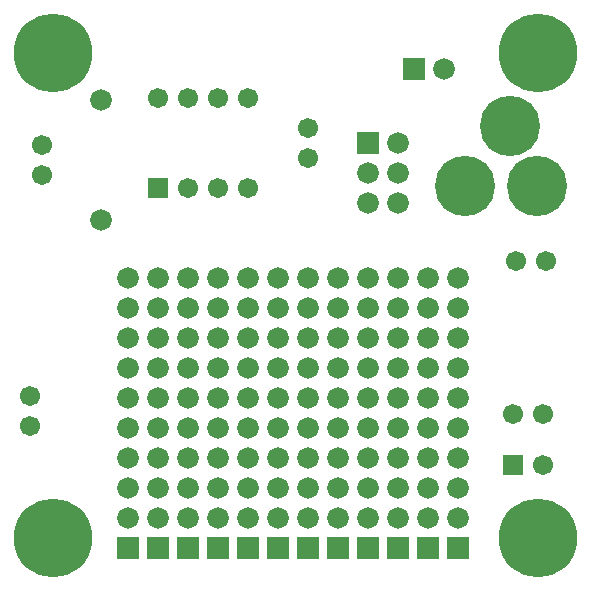
<source format=gbs>
G04 (created by PCBNEW (2013-05-31 BZR 4019)-stable) date 7/7/2013 11:22:26 AM*
%MOIN*%
G04 Gerber Fmt 3.4, Leading zero omitted, Abs format*
%FSLAX34Y34*%
G01*
G70*
G90*
G04 APERTURE LIST*
%ADD10C,0.00590551*%
%ADD11R,0.067X0.067*%
%ADD12C,0.067*%
%ADD13R,0.072X0.072*%
%ADD14C,0.072*%
%ADD15C,0.262*%
%ADD16C,0.201*%
G04 APERTURE END LIST*
G54D10*
G54D11*
X9000Y-10000D03*
G54D12*
X10000Y-10000D03*
X11000Y-10000D03*
X12000Y-10000D03*
X12000Y-7000D03*
X11000Y-7000D03*
X10000Y-7000D03*
X9000Y-7000D03*
G54D13*
X17537Y-6037D03*
G54D14*
X18537Y-6037D03*
G54D15*
X5511Y-21653D03*
X21653Y-21653D03*
X21653Y-5511D03*
X5511Y-5511D03*
G54D14*
X13000Y-13000D03*
X13000Y-14000D03*
X13000Y-17000D03*
X13000Y-18000D03*
G54D13*
X13000Y-22000D03*
G54D14*
X13000Y-21000D03*
X13000Y-20000D03*
X13000Y-19000D03*
X13000Y-16000D03*
X13000Y-15000D03*
X12000Y-13000D03*
X12000Y-14000D03*
X12000Y-17000D03*
X12000Y-18000D03*
G54D13*
X12000Y-22000D03*
G54D14*
X12000Y-21000D03*
X12000Y-20000D03*
X12000Y-19000D03*
X12000Y-16000D03*
X12000Y-15000D03*
X11000Y-13000D03*
X11000Y-14000D03*
X11000Y-17000D03*
X11000Y-18000D03*
G54D13*
X11000Y-22000D03*
G54D14*
X11000Y-21000D03*
X11000Y-20000D03*
X11000Y-19000D03*
X11000Y-16000D03*
X11000Y-15000D03*
X10000Y-13000D03*
X10000Y-14000D03*
X10000Y-17000D03*
X10000Y-18000D03*
G54D13*
X10000Y-22000D03*
G54D14*
X10000Y-21000D03*
X10000Y-20000D03*
X10000Y-19000D03*
X10000Y-16000D03*
X10000Y-15000D03*
X9000Y-13000D03*
X9000Y-14000D03*
X9000Y-17000D03*
X9000Y-18000D03*
G54D13*
X9000Y-22000D03*
G54D14*
X9000Y-21000D03*
X9000Y-20000D03*
X9000Y-19000D03*
X9000Y-16000D03*
X9000Y-15000D03*
X8000Y-13000D03*
X8000Y-14000D03*
X8000Y-17000D03*
X8000Y-18000D03*
G54D13*
X8000Y-22000D03*
G54D14*
X8000Y-21000D03*
X8000Y-20000D03*
X8000Y-19000D03*
X8000Y-16000D03*
X8000Y-15000D03*
G54D12*
X20837Y-17537D03*
X21837Y-17537D03*
X5118Y-9555D03*
X5118Y-8555D03*
X20937Y-12437D03*
X21937Y-12437D03*
G54D14*
X7086Y-7055D03*
X7086Y-11055D03*
X19000Y-13000D03*
X19000Y-14000D03*
X19000Y-17000D03*
X19000Y-18000D03*
G54D13*
X19000Y-22000D03*
G54D14*
X19000Y-21000D03*
X19000Y-20000D03*
X19000Y-19000D03*
X19000Y-16000D03*
X19000Y-15000D03*
X18000Y-13000D03*
X18000Y-14000D03*
X18000Y-17000D03*
X18000Y-18000D03*
G54D13*
X18000Y-22000D03*
G54D14*
X18000Y-21000D03*
X18000Y-20000D03*
X18000Y-19000D03*
X18000Y-16000D03*
X18000Y-15000D03*
X17000Y-13000D03*
X17000Y-14000D03*
X17000Y-17000D03*
X17000Y-18000D03*
G54D13*
X17000Y-22000D03*
G54D14*
X17000Y-21000D03*
X17000Y-20000D03*
X17000Y-19000D03*
X17000Y-16000D03*
X17000Y-15000D03*
X14000Y-13000D03*
X14000Y-14000D03*
X14000Y-17000D03*
X14000Y-18000D03*
G54D13*
X14000Y-22000D03*
G54D14*
X14000Y-21000D03*
X14000Y-20000D03*
X14000Y-19000D03*
X14000Y-16000D03*
X14000Y-15000D03*
X15000Y-13000D03*
X15000Y-14000D03*
X15000Y-17000D03*
X15000Y-18000D03*
G54D13*
X15000Y-22000D03*
G54D14*
X15000Y-21000D03*
X15000Y-20000D03*
X15000Y-19000D03*
X15000Y-16000D03*
X15000Y-15000D03*
X16000Y-13000D03*
X16000Y-14000D03*
X16000Y-17000D03*
X16000Y-18000D03*
G54D13*
X16000Y-22000D03*
G54D14*
X16000Y-21000D03*
X16000Y-20000D03*
X16000Y-19000D03*
X16000Y-16000D03*
X16000Y-15000D03*
G54D12*
X14000Y-8000D03*
X14000Y-9000D03*
X4737Y-16937D03*
X4737Y-17937D03*
G54D11*
X20837Y-19237D03*
G54D12*
X21837Y-19237D03*
G54D16*
X21637Y-9937D03*
X19237Y-9937D03*
X20737Y-7937D03*
G54D13*
X16000Y-8500D03*
G54D14*
X17000Y-8500D03*
X16000Y-9500D03*
X17000Y-9500D03*
X16000Y-10500D03*
X17000Y-10500D03*
M02*

</source>
